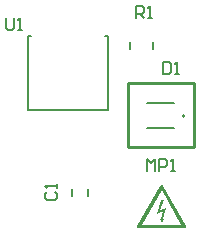
<source format=gto>
G04*
G04 #@! TF.GenerationSoftware,Altium Limited,Altium Designer,20.0.10 (225)*
G04*
G04 Layer_Color=65535*
%FSLAX25Y25*%
%MOIN*%
G70*
G01*
G75*
%ADD10C,0.00787*%
%ADD11C,0.00500*%
%ADD12C,0.01000*%
%ADD13C,0.00700*%
G36*
X144904Y17894D02*
X144981Y17866D01*
X145064Y17824D01*
X145106Y17789D01*
X145147Y17755D01*
X145189Y17713D01*
X145224Y17658D01*
X152969Y4236D01*
X152976Y4222D01*
X152989Y4194D01*
X153003Y4138D01*
X153024Y4076D01*
X153031Y4000D01*
X153024Y3916D01*
X153010Y3833D01*
X152969Y3743D01*
X152962Y3736D01*
X152941Y3708D01*
X152906Y3667D01*
X152858Y3625D01*
X152802Y3576D01*
X152726Y3542D01*
X152649Y3514D01*
X152559Y3500D01*
X137027D01*
X136993Y3507D01*
X136944Y3514D01*
X136882Y3528D01*
X136819Y3562D01*
X136743Y3604D01*
X136680Y3660D01*
X136618Y3743D01*
X136611Y3757D01*
X136604Y3785D01*
X136590Y3826D01*
X136576Y3889D01*
X136569Y3965D01*
Y4048D01*
X136583Y4138D01*
X136618Y4236D01*
X144377Y17658D01*
X144384Y17664D01*
X144398Y17685D01*
X144425Y17720D01*
X144460Y17755D01*
X144516Y17796D01*
X144571Y17838D01*
X144648Y17873D01*
X144731Y17907D01*
X144835D01*
X144904Y17894D01*
D02*
G37*
%LPC*%
G36*
X144800Y16353D02*
X138207Y4763D01*
X151379D01*
X144800Y16353D01*
D02*
G37*
%LPD*%
G36*
X144217Y9600D02*
X146230Y10412D01*
X145224Y6651D01*
X145598D01*
X144731Y5346D01*
X144259Y6706D01*
X144627D01*
X145335Y9142D01*
X143357Y8344D01*
X144627Y12841D01*
X145633D01*
X144217Y9600D01*
D02*
G37*
D10*
X152500Y41000D02*
G03*
X152500Y41000I-394J0D01*
G01*
X100250Y43000D02*
Y67500D01*
Y43000D02*
X126750D01*
Y67500D01*
X125926D02*
X126750D01*
X100250D02*
X101074D01*
X114842Y14319D02*
Y16681D01*
X120158Y14319D02*
Y16681D01*
D11*
X134200Y63300D02*
Y65700D01*
X141800Y63300D02*
Y65700D01*
X140051Y36847D02*
X148949D01*
X140051Y45153D02*
X148949D01*
D12*
X133500Y52000D02*
X155500D01*
Y30500D02*
Y52000D01*
X133500Y30500D02*
X155500D01*
X133500D02*
Y52000D01*
D13*
X139835Y22501D02*
Y26499D01*
X141168Y25166D01*
X142501Y26499D01*
Y22501D01*
X143833D02*
Y26499D01*
X145833D01*
X146499Y25833D01*
Y24500D01*
X145833Y23833D01*
X143833D01*
X147832Y22501D02*
X149165D01*
X148499D01*
Y26499D01*
X147832Y25833D01*
X145334Y58999D02*
Y55001D01*
X147334D01*
X148000Y55667D01*
Y58333D01*
X147334Y58999D01*
X145334D01*
X149333Y55001D02*
X150666D01*
X149999D01*
Y58999D01*
X149333Y58333D01*
X92834Y73499D02*
Y70167D01*
X93501Y69501D01*
X94834D01*
X95500Y70167D01*
Y73499D01*
X96833Y69501D02*
X98166D01*
X97499D01*
Y73499D01*
X96833Y72833D01*
X136334Y73501D02*
Y77499D01*
X138333D01*
X139000Y76833D01*
Y75500D01*
X138333Y74834D01*
X136334D01*
X137667D02*
X139000Y73501D01*
X140333D02*
X141666D01*
X140999D01*
Y77499D01*
X140333Y76833D01*
X106667Y15500D02*
X106001Y14833D01*
Y13501D01*
X106667Y12834D01*
X109333D01*
X109999Y13501D01*
Y14833D01*
X109333Y15500D01*
X109999Y16833D02*
Y18166D01*
Y17499D01*
X106001D01*
X106667Y16833D01*
M02*

</source>
